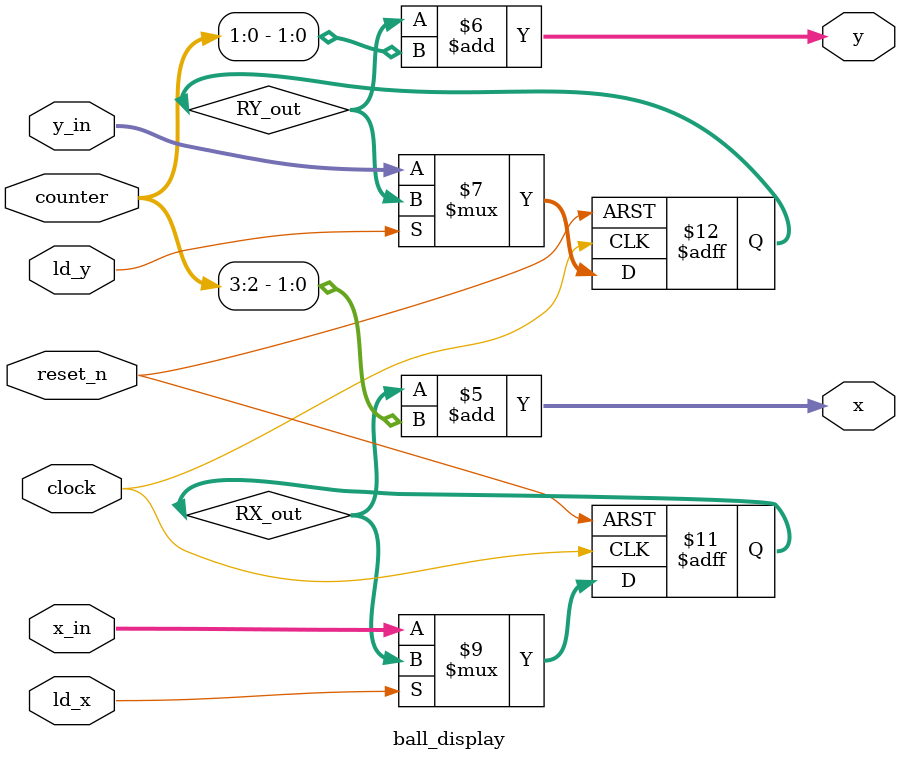
<source format=v>
`timescale 1ns / 1ns // `timescale time_unit/time_precision

/* Datapath that sends coordinates to the VGA adapter to plot the ball */
module ball_display(x_in, y_in, reset_n, ld_x, ld_y, counter, clock, x, y);
	  
	/* Top-left coordinate of the ball  */
	input [7:0] x_in;
	input [6:0] y_in; 
	
	input reset_n; // resets the values in the registers and the counter to 0
	input ld_x; // active low, load x_in into the X register
	input ld_y; // active low, load y_in into the Y register
	input clock;
	input [3:0] counter;  // the counter in the ball module

	reg [7:0] RX_out;  // register for X
	reg [6:0] RY_out;  // register for Y
    
	/* VGA ball plotting coordinates for the ball */
	output [7:0] x;
	output [6:0] y;

	// X AND Y REGISTER LOAD
	always @ (posedge clock, negedge reset_n)
		begin
		if (!reset_n)
			begin
			RX_out <= 8'd0;
			RY_out <= 7'd0;
			end
		else
			begin
			if (!ld_x)
				RX_out <= x_in;
			if (!ld_y)
				RY_out <= y_in;
			end		
		end
	
	assign x = RX_out + counter[3:2];
	assign y = RY_out + counter[1:0];


endmodule 
</source>
